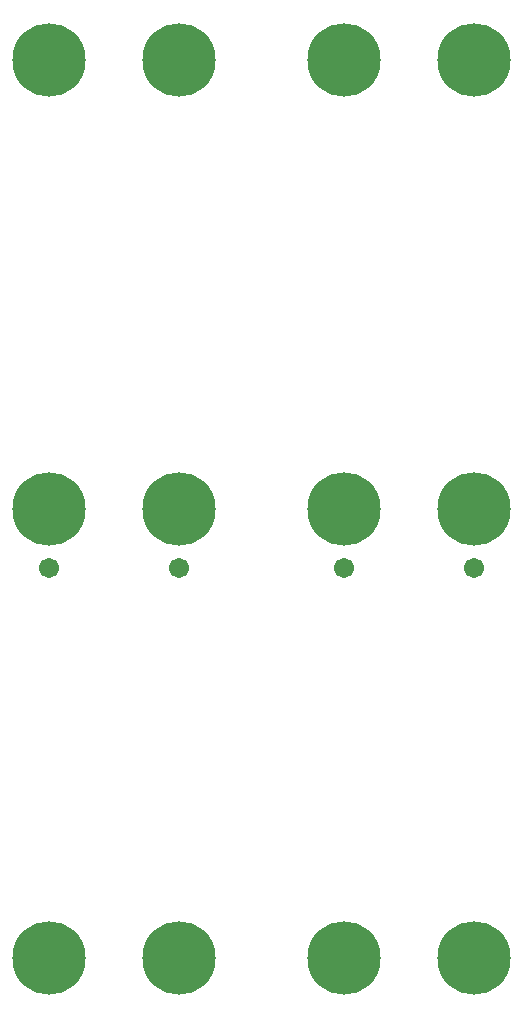
<source format=gbr>
G04 EAGLE Gerber RS-274X export*
G75*
%MOMM*%
%FSLAX34Y34*%
%LPD*%
%INSoldermask Bottom*%
%IPPOS*%
%AMOC8*
5,1,8,0,0,1.08239X$1,22.5*%
G01*
%ADD10C,6.203200*%
%ADD11C,1.711200*%


D10*
X319885Y450141D03*
X429885Y450141D03*
X319885Y830141D03*
X429885Y830141D03*
X319885Y70141D03*
X429885Y70141D03*
D11*
X319885Y400141D03*
X429885Y400141D03*
D10*
X69850Y450090D03*
X179850Y450090D03*
X69850Y830090D03*
X179850Y830090D03*
X69850Y70090D03*
X179850Y70090D03*
D11*
X69850Y400090D03*
X179850Y400090D03*
M02*

</source>
